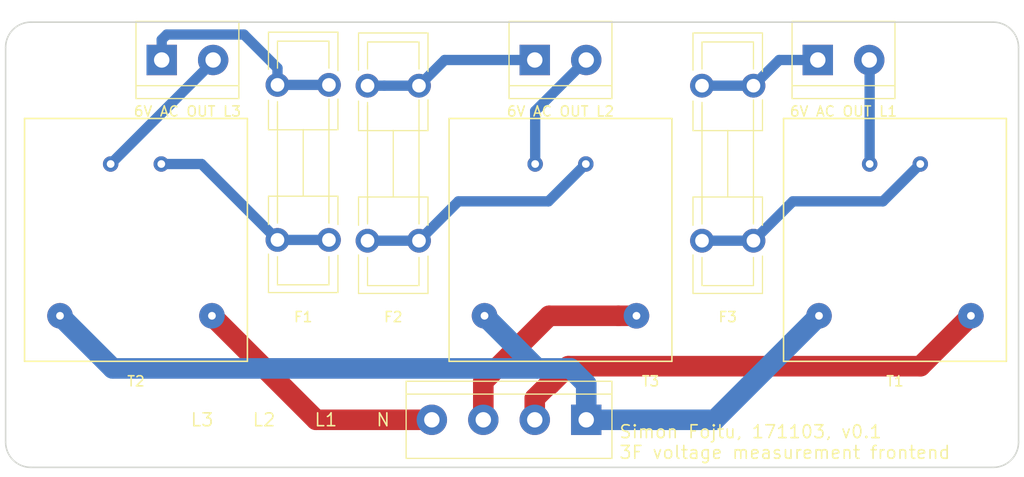
<source format=kicad_pcb>
(kicad_pcb (version 4) (host pcbnew 4.0.4-stable)

  (general
    (links 21)
    (no_connects 0)
    (area 89.924999 74.924999 190.075001 119.075001)
    (thickness 1.6)
    (drawings 9)
    (tracks 50)
    (zones 0)
    (modules 14)
    (nets 14)
  )

  (page A4)
  (layers
    (0 F.Cu signal)
    (31 B.Cu signal)
    (32 B.Adhes user)
    (33 F.Adhes user)
    (34 B.Paste user)
    (35 F.Paste user)
    (36 B.SilkS user)
    (37 F.SilkS user)
    (38 B.Mask user)
    (39 F.Mask user)
    (40 Dwgs.User user)
    (41 Cmts.User user)
    (42 Eco1.User user)
    (43 Eco2.User user)
    (44 Edge.Cuts user)
    (45 Margin user)
    (46 B.CrtYd user)
    (47 F.CrtYd user)
    (48 B.Fab user)
    (49 F.Fab user)
  )

  (setup
    (last_trace_width 1.016)
    (trace_clearance 0.508)
    (zone_clearance 0.508)
    (zone_45_only no)
    (trace_min 0.2)
    (segment_width 0.2)
    (edge_width 0.15)
    (via_size 0.6)
    (via_drill 0.4)
    (via_min_size 0.4)
    (via_min_drill 0.3)
    (uvia_size 0.3)
    (uvia_drill 0.1)
    (uvias_allowed no)
    (uvia_min_size 0)
    (uvia_min_drill 0)
    (pcb_text_width 0.3)
    (pcb_text_size 1.5 1.5)
    (mod_edge_width 0.15)
    (mod_text_size 1 1)
    (mod_text_width 0.15)
    (pad_size 1.524 1.524)
    (pad_drill 0.762)
    (pad_to_mask_clearance 0.2)
    (aux_axis_origin 0 0)
    (visible_elements FFFFFF7F)
    (pcbplotparams
      (layerselection 0x00030_80000001)
      (usegerberextensions false)
      (excludeedgelayer true)
      (linewidth 0.100000)
      (plotframeref false)
      (viasonmask false)
      (mode 1)
      (useauxorigin false)
      (hpglpennumber 1)
      (hpglpenspeed 20)
      (hpglpendiameter 15)
      (hpglpenoverlay 2)
      (psnegative false)
      (psa4output false)
      (plotreference true)
      (plotvalue true)
      (plotinvisibletext false)
      (padsonsilk false)
      (subtractmaskfromsilk false)
      (outputformat 1)
      (mirror false)
      (drillshape 1)
      (scaleselection 1)
      (outputdirectory ""))
  )

  (net 0 "")
  (net 1 "Net-(F1-Pad2)")
  (net 2 "Net-(F1-Pad1)")
  (net 3 "Net-(F2-Pad2)")
  (net 4 "Net-(F2-Pad1)")
  (net 5 "Net-(F3-Pad2)")
  (net 6 "Net-(F3-Pad1)")
  (net 7 "Net-(P1-Pad2)")
  (net 8 "Net-(P1-Pad3)")
  (net 9 GND)
  (net 10 "Net-(P1-Pad4)")
  (net 11 "Net-(P2-Pad2)")
  (net 12 "Net-(P3-Pad2)")
  (net 13 "Net-(P4-Pad2)")

  (net_class Default "This is the default net class."
    (clearance 0.508)
    (trace_width 1.016)
    (via_dia 0.6)
    (via_drill 0.4)
    (uvia_dia 0.3)
    (uvia_drill 0.1)
    (add_net "Net-(F1-Pad1)")
    (add_net "Net-(F1-Pad2)")
    (add_net "Net-(F2-Pad1)")
    (add_net "Net-(F2-Pad2)")
    (add_net "Net-(F3-Pad1)")
    (add_net "Net-(F3-Pad2)")
    (add_net "Net-(P2-Pad2)")
    (add_net "Net-(P3-Pad2)")
    (add_net "Net-(P4-Pad2)")
  )

  (net_class live ""
    (clearance 2.032)
    (trace_width 2.032)
    (via_dia 0.6)
    (via_drill 0.4)
    (uvia_dia 0.3)
    (uvia_drill 0.1)
    (add_net GND)
    (add_net "Net-(P1-Pad2)")
    (add_net "Net-(P1-Pad3)")
    (add_net "Net-(P1-Pad4)")
  )

  (module Fuse_Holders_and_Fuses:Fuseholder5x20_horiz_open_lateral_Type-II (layer F.Cu) (tedit 5880C40E) (tstamp 59FC83AB)
    (at 116.84 96.52 90)
    (descr "Fuseholder, 5x20, open, horizontal, Type-II, lateral,")
    (tags "Fuseholder 5x20 open horizontal Type-II lateral Sicherungshalter offen ")
    (path /59FC8212)
    (fp_text reference F1 (at -7.62 2.54 180) (layer F.SilkS)
      (effects (font (size 1 1) (thickness 0.15)))
    )
    (fp_text value 3A (at 7.56 2.54 90) (layer F.Fab)
      (effects (font (size 1 1) (thickness 0.15)))
    )
    (fp_line (start 0.01 2.54) (end 15.36 2.54) (layer F.Fab) (width 0.1))
    (fp_line (start -4.44 -0.01) (end 19.66 -0.01) (layer F.Fab) (width 0.1))
    (fp_line (start 19.66 -0.01) (end 19.66 5.09) (layer F.Fab) (width 0.1))
    (fp_line (start 19.66 5.09) (end -4.44 5.09) (layer F.Fab) (width 0.1))
    (fp_line (start -4.44 5.09) (end -4.44 0.04) (layer F.Fab) (width 0.1))
    (fp_line (start 10.96 -0.81) (end 10.96 5.89) (layer F.Fab) (width 0.1))
    (fp_line (start 10.96 5.89) (end 20.51 5.89) (layer F.Fab) (width 0.1))
    (fp_line (start 20.51 5.89) (end 20.51 -0.76) (layer F.Fab) (width 0.1))
    (fp_line (start 20.51 -0.76) (end 10.96 -0.81) (layer F.Fab) (width 0.1))
    (fp_line (start -5.14 -0.81) (end 4.21 -0.81) (layer F.Fab) (width 0.1))
    (fp_line (start 4.21 -0.81) (end 4.21 5.89) (layer F.Fab) (width 0.1))
    (fp_line (start 4.21 5.89) (end -5.14 5.89) (layer F.Fab) (width 0.1))
    (fp_line (start -5.14 5.89) (end -5.14 -0.81) (layer F.Fab) (width 0.1))
    (fp_line (start 10.91 2.54) (end 4.41 2.54) (layer F.SilkS) (width 0.12))
    (fp_line (start 20.53 5.97) (end 16.72 5.97) (layer F.SilkS) (width 0.12))
    (fp_line (start 10.88 5.97) (end 13.92 5.97) (layer F.SilkS) (width 0.12))
    (fp_line (start 13.38 5.08) (end 13.92 5.08) (layer F.SilkS) (width 0.12))
    (fp_line (start 19.64 5.08) (end 16.97 5.08) (layer F.SilkS) (width 0.12))
    (fp_line (start 10.88 0) (end 13.67 0) (layer F.SilkS) (width 0.12))
    (fp_line (start 19.64 0) (end 16.97 0) (layer F.SilkS) (width 0.12))
    (fp_line (start 20.53 -0.89) (end 16.85 -0.89) (layer F.SilkS) (width 0.12))
    (fp_line (start 10.88 -0.89) (end 13.8 -0.89) (layer F.SilkS) (width 0.12))
    (fp_line (start -5.21 5.97) (end -1.52 5.97) (layer F.SilkS) (width 0.12))
    (fp_line (start 4.32 5.97) (end 1.52 5.97) (layer F.SilkS) (width 0.12))
    (fp_line (start 1.78 5.08) (end 1.65 5.08) (layer F.SilkS) (width 0.12))
    (fp_line (start 1.78 5.08) (end 4.32 5.08) (layer F.SilkS) (width 0.12))
    (fp_line (start -4.44 5.08) (end -1.65 5.08) (layer F.SilkS) (width 0.12))
    (fp_line (start -5.21 -0.89) (end -1.4 -0.89) (layer F.SilkS) (width 0.12))
    (fp_line (start 4.32 -0.89) (end 1.52 -0.89) (layer F.SilkS) (width 0.12))
    (fp_line (start 4.32 0) (end 1.65 0) (layer F.SilkS) (width 0.12))
    (fp_line (start -4.44 0) (end -1.65 0) (layer F.SilkS) (width 0.12))
    (fp_line (start 20.53 -0.89) (end 20.53 5.97) (layer F.SilkS) (width 0.12))
    (fp_line (start 10.88 5.97) (end 10.88 5.08) (layer F.SilkS) (width 0.12))
    (fp_line (start 10.88 -0.89) (end 10.88 0) (layer F.SilkS) (width 0.12))
    (fp_line (start -5.21 -0.89) (end -5.21 5.97) (layer F.SilkS) (width 0.12))
    (fp_line (start 4.32 5.97) (end 4.32 5.08) (layer F.SilkS) (width 0.12))
    (fp_line (start 4.32 -0.89) (end 4.32 0.13) (layer F.SilkS) (width 0.12))
    (fp_line (start 13.38 5.08) (end 1.69 5.08) (layer F.SilkS) (width 0.12))
    (fp_line (start 1.82 0) (end 13.38 0) (layer F.SilkS) (width 0.12))
    (fp_line (start 4.32 2.54) (end 4.32 0) (layer F.SilkS) (width 0.12))
    (fp_line (start -4.44 0) (end -4.44 5.08) (layer F.SilkS) (width 0.12))
    (fp_line (start 4.32 5.08) (end 4.32 2.54) (layer F.SilkS) (width 0.12))
    (fp_line (start 10.88 2.54) (end 10.88 0) (layer F.SilkS) (width 0.12))
    (fp_line (start 19.64 0) (end 19.64 5.08) (layer F.SilkS) (width 0.12))
    (fp_line (start 10.88 5.08) (end 10.88 2.54) (layer F.SilkS) (width 0.12))
    (fp_line (start -5.39 -1.42) (end 20.76 -1.42) (layer F.CrtYd) (width 0.05))
    (fp_line (start -5.39 -1.42) (end -5.39 6.5) (layer F.CrtYd) (width 0.05))
    (fp_line (start 20.76 6.5) (end 20.76 -1.42) (layer F.CrtYd) (width 0.05))
    (fp_line (start 20.76 6.5) (end -5.39 6.5) (layer F.CrtYd) (width 0.05))
    (pad 2 thru_hole circle (at 15.32 0 90) (size 2.35 2.35) (drill 1.35) (layers *.Cu *.Mask)
      (net 1 "Net-(F1-Pad2)"))
    (pad 2 thru_hole circle (at 15.32 5.08 90) (size 2.35 2.35) (drill 1.35) (layers *.Cu *.Mask)
      (net 1 "Net-(F1-Pad2)"))
    (pad 1 thru_hole circle (at 0 0 90) (size 2.35 2.35) (drill 1.35) (layers *.Cu *.Mask)
      (net 2 "Net-(F1-Pad1)"))
    (pad 1 thru_hole circle (at 0 5.08 90) (size 2.35 2.35) (drill 1.35) (layers *.Cu *.Mask)
      (net 2 "Net-(F1-Pad1)"))
  )

  (module Fuse_Holders_and_Fuses:Fuseholder5x20_horiz_open_lateral_Type-II (layer F.Cu) (tedit 5880C40E) (tstamp 59FC83E4)
    (at 125.73 96.6 90)
    (descr "Fuseholder, 5x20, open, horizontal, Type-II, lateral,")
    (tags "Fuseholder 5x20 open horizontal Type-II lateral Sicherungshalter offen ")
    (path /59FC8159)
    (fp_text reference F2 (at -7.54 2.54 180) (layer F.SilkS)
      (effects (font (size 1 1) (thickness 0.15)))
    )
    (fp_text value 3A (at 7.7 2.54 270) (layer F.Fab)
      (effects (font (size 1 1) (thickness 0.15)))
    )
    (fp_line (start 0.01 2.54) (end 15.36 2.54) (layer F.Fab) (width 0.1))
    (fp_line (start -4.44 -0.01) (end 19.66 -0.01) (layer F.Fab) (width 0.1))
    (fp_line (start 19.66 -0.01) (end 19.66 5.09) (layer F.Fab) (width 0.1))
    (fp_line (start 19.66 5.09) (end -4.44 5.09) (layer F.Fab) (width 0.1))
    (fp_line (start -4.44 5.09) (end -4.44 0.04) (layer F.Fab) (width 0.1))
    (fp_line (start 10.96 -0.81) (end 10.96 5.89) (layer F.Fab) (width 0.1))
    (fp_line (start 10.96 5.89) (end 20.51 5.89) (layer F.Fab) (width 0.1))
    (fp_line (start 20.51 5.89) (end 20.51 -0.76) (layer F.Fab) (width 0.1))
    (fp_line (start 20.51 -0.76) (end 10.96 -0.81) (layer F.Fab) (width 0.1))
    (fp_line (start -5.14 -0.81) (end 4.21 -0.81) (layer F.Fab) (width 0.1))
    (fp_line (start 4.21 -0.81) (end 4.21 5.89) (layer F.Fab) (width 0.1))
    (fp_line (start 4.21 5.89) (end -5.14 5.89) (layer F.Fab) (width 0.1))
    (fp_line (start -5.14 5.89) (end -5.14 -0.81) (layer F.Fab) (width 0.1))
    (fp_line (start 10.91 2.54) (end 4.41 2.54) (layer F.SilkS) (width 0.12))
    (fp_line (start 20.53 5.97) (end 16.72 5.97) (layer F.SilkS) (width 0.12))
    (fp_line (start 10.88 5.97) (end 13.92 5.97) (layer F.SilkS) (width 0.12))
    (fp_line (start 13.38 5.08) (end 13.92 5.08) (layer F.SilkS) (width 0.12))
    (fp_line (start 19.64 5.08) (end 16.97 5.08) (layer F.SilkS) (width 0.12))
    (fp_line (start 10.88 0) (end 13.67 0) (layer F.SilkS) (width 0.12))
    (fp_line (start 19.64 0) (end 16.97 0) (layer F.SilkS) (width 0.12))
    (fp_line (start 20.53 -0.89) (end 16.85 -0.89) (layer F.SilkS) (width 0.12))
    (fp_line (start 10.88 -0.89) (end 13.8 -0.89) (layer F.SilkS) (width 0.12))
    (fp_line (start -5.21 5.97) (end -1.52 5.97) (layer F.SilkS) (width 0.12))
    (fp_line (start 4.32 5.97) (end 1.52 5.97) (layer F.SilkS) (width 0.12))
    (fp_line (start 1.78 5.08) (end 1.65 5.08) (layer F.SilkS) (width 0.12))
    (fp_line (start 1.78 5.08) (end 4.32 5.08) (layer F.SilkS) (width 0.12))
    (fp_line (start -4.44 5.08) (end -1.65 5.08) (layer F.SilkS) (width 0.12))
    (fp_line (start -5.21 -0.89) (end -1.4 -0.89) (layer F.SilkS) (width 0.12))
    (fp_line (start 4.32 -0.89) (end 1.52 -0.89) (layer F.SilkS) (width 0.12))
    (fp_line (start 4.32 0) (end 1.65 0) (layer F.SilkS) (width 0.12))
    (fp_line (start -4.44 0) (end -1.65 0) (layer F.SilkS) (width 0.12))
    (fp_line (start 20.53 -0.89) (end 20.53 5.97) (layer F.SilkS) (width 0.12))
    (fp_line (start 10.88 5.97) (end 10.88 5.08) (layer F.SilkS) (width 0.12))
    (fp_line (start 10.88 -0.89) (end 10.88 0) (layer F.SilkS) (width 0.12))
    (fp_line (start -5.21 -0.89) (end -5.21 5.97) (layer F.SilkS) (width 0.12))
    (fp_line (start 4.32 5.97) (end 4.32 5.08) (layer F.SilkS) (width 0.12))
    (fp_line (start 4.32 -0.89) (end 4.32 0.13) (layer F.SilkS) (width 0.12))
    (fp_line (start 13.38 5.08) (end 1.69 5.08) (layer F.SilkS) (width 0.12))
    (fp_line (start 1.82 0) (end 13.38 0) (layer F.SilkS) (width 0.12))
    (fp_line (start 4.32 2.54) (end 4.32 0) (layer F.SilkS) (width 0.12))
    (fp_line (start -4.44 0) (end -4.44 5.08) (layer F.SilkS) (width 0.12))
    (fp_line (start 4.32 5.08) (end 4.32 2.54) (layer F.SilkS) (width 0.12))
    (fp_line (start 10.88 2.54) (end 10.88 0) (layer F.SilkS) (width 0.12))
    (fp_line (start 19.64 0) (end 19.64 5.08) (layer F.SilkS) (width 0.12))
    (fp_line (start 10.88 5.08) (end 10.88 2.54) (layer F.SilkS) (width 0.12))
    (fp_line (start -5.39 -1.42) (end 20.76 -1.42) (layer F.CrtYd) (width 0.05))
    (fp_line (start -5.39 -1.42) (end -5.39 6.5) (layer F.CrtYd) (width 0.05))
    (fp_line (start 20.76 6.5) (end 20.76 -1.42) (layer F.CrtYd) (width 0.05))
    (fp_line (start 20.76 6.5) (end -5.39 6.5) (layer F.CrtYd) (width 0.05))
    (pad 2 thru_hole circle (at 15.32 0 90) (size 2.35 2.35) (drill 1.35) (layers *.Cu *.Mask)
      (net 3 "Net-(F2-Pad2)"))
    (pad 2 thru_hole circle (at 15.32 5.08 90) (size 2.35 2.35) (drill 1.35) (layers *.Cu *.Mask)
      (net 3 "Net-(F2-Pad2)"))
    (pad 1 thru_hole circle (at 0 0 90) (size 2.35 2.35) (drill 1.35) (layers *.Cu *.Mask)
      (net 4 "Net-(F2-Pad1)"))
    (pad 1 thru_hole circle (at 0 5.08 90) (size 2.35 2.35) (drill 1.35) (layers *.Cu *.Mask)
      (net 4 "Net-(F2-Pad1)"))
  )

  (module Fuse_Holders_and_Fuses:Fuseholder5x20_horiz_open_lateral_Type-II (layer F.Cu) (tedit 5880C40E) (tstamp 59FC841D)
    (at 158.75 96.6 90)
    (descr "Fuseholder, 5x20, open, horizontal, Type-II, lateral,")
    (tags "Fuseholder 5x20 open horizontal Type-II lateral Sicherungshalter offen ")
    (path /59FC7686)
    (fp_text reference F3 (at -7.54 2.54 180) (layer F.SilkS)
      (effects (font (size 1 1) (thickness 0.15)))
    )
    (fp_text value 3A (at 7.7 2.54 90) (layer F.Fab)
      (effects (font (size 1 1) (thickness 0.15)))
    )
    (fp_line (start 0.01 2.54) (end 15.36 2.54) (layer F.Fab) (width 0.1))
    (fp_line (start -4.44 -0.01) (end 19.66 -0.01) (layer F.Fab) (width 0.1))
    (fp_line (start 19.66 -0.01) (end 19.66 5.09) (layer F.Fab) (width 0.1))
    (fp_line (start 19.66 5.09) (end -4.44 5.09) (layer F.Fab) (width 0.1))
    (fp_line (start -4.44 5.09) (end -4.44 0.04) (layer F.Fab) (width 0.1))
    (fp_line (start 10.96 -0.81) (end 10.96 5.89) (layer F.Fab) (width 0.1))
    (fp_line (start 10.96 5.89) (end 20.51 5.89) (layer F.Fab) (width 0.1))
    (fp_line (start 20.51 5.89) (end 20.51 -0.76) (layer F.Fab) (width 0.1))
    (fp_line (start 20.51 -0.76) (end 10.96 -0.81) (layer F.Fab) (width 0.1))
    (fp_line (start -5.14 -0.81) (end 4.21 -0.81) (layer F.Fab) (width 0.1))
    (fp_line (start 4.21 -0.81) (end 4.21 5.89) (layer F.Fab) (width 0.1))
    (fp_line (start 4.21 5.89) (end -5.14 5.89) (layer F.Fab) (width 0.1))
    (fp_line (start -5.14 5.89) (end -5.14 -0.81) (layer F.Fab) (width 0.1))
    (fp_line (start 10.91 2.54) (end 4.41 2.54) (layer F.SilkS) (width 0.12))
    (fp_line (start 20.53 5.97) (end 16.72 5.97) (layer F.SilkS) (width 0.12))
    (fp_line (start 10.88 5.97) (end 13.92 5.97) (layer F.SilkS) (width 0.12))
    (fp_line (start 13.38 5.08) (end 13.92 5.08) (layer F.SilkS) (width 0.12))
    (fp_line (start 19.64 5.08) (end 16.97 5.08) (layer F.SilkS) (width 0.12))
    (fp_line (start 10.88 0) (end 13.67 0) (layer F.SilkS) (width 0.12))
    (fp_line (start 19.64 0) (end 16.97 0) (layer F.SilkS) (width 0.12))
    (fp_line (start 20.53 -0.89) (end 16.85 -0.89) (layer F.SilkS) (width 0.12))
    (fp_line (start 10.88 -0.89) (end 13.8 -0.89) (layer F.SilkS) (width 0.12))
    (fp_line (start -5.21 5.97) (end -1.52 5.97) (layer F.SilkS) (width 0.12))
    (fp_line (start 4.32 5.97) (end 1.52 5.97) (layer F.SilkS) (width 0.12))
    (fp_line (start 1.78 5.08) (end 1.65 5.08) (layer F.SilkS) (width 0.12))
    (fp_line (start 1.78 5.08) (end 4.32 5.08) (layer F.SilkS) (width 0.12))
    (fp_line (start -4.44 5.08) (end -1.65 5.08) (layer F.SilkS) (width 0.12))
    (fp_line (start -5.21 -0.89) (end -1.4 -0.89) (layer F.SilkS) (width 0.12))
    (fp_line (start 4.32 -0.89) (end 1.52 -0.89) (layer F.SilkS) (width 0.12))
    (fp_line (start 4.32 0) (end 1.65 0) (layer F.SilkS) (width 0.12))
    (fp_line (start -4.44 0) (end -1.65 0) (layer F.SilkS) (width 0.12))
    (fp_line (start 20.53 -0.89) (end 20.53 5.97) (layer F.SilkS) (width 0.12))
    (fp_line (start 10.88 5.97) (end 10.88 5.08) (layer F.SilkS) (width 0.12))
    (fp_line (start 10.88 -0.89) (end 10.88 0) (layer F.SilkS) (width 0.12))
    (fp_line (start -5.21 -0.89) (end -5.21 5.97) (layer F.SilkS) (width 0.12))
    (fp_line (start 4.32 5.97) (end 4.32 5.08) (layer F.SilkS) (width 0.12))
    (fp_line (start 4.32 -0.89) (end 4.32 0.13) (layer F.SilkS) (width 0.12))
    (fp_line (start 13.38 5.08) (end 1.69 5.08) (layer F.SilkS) (width 0.12))
    (fp_line (start 1.82 0) (end 13.38 0) (layer F.SilkS) (width 0.12))
    (fp_line (start 4.32 2.54) (end 4.32 0) (layer F.SilkS) (width 0.12))
    (fp_line (start -4.44 0) (end -4.44 5.08) (layer F.SilkS) (width 0.12))
    (fp_line (start 4.32 5.08) (end 4.32 2.54) (layer F.SilkS) (width 0.12))
    (fp_line (start 10.88 2.54) (end 10.88 0) (layer F.SilkS) (width 0.12))
    (fp_line (start 19.64 0) (end 19.64 5.08) (layer F.SilkS) (width 0.12))
    (fp_line (start 10.88 5.08) (end 10.88 2.54) (layer F.SilkS) (width 0.12))
    (fp_line (start -5.39 -1.42) (end 20.76 -1.42) (layer F.CrtYd) (width 0.05))
    (fp_line (start -5.39 -1.42) (end -5.39 6.5) (layer F.CrtYd) (width 0.05))
    (fp_line (start 20.76 6.5) (end 20.76 -1.42) (layer F.CrtYd) (width 0.05))
    (fp_line (start 20.76 6.5) (end -5.39 6.5) (layer F.CrtYd) (width 0.05))
    (pad 2 thru_hole circle (at 15.32 0 90) (size 2.35 2.35) (drill 1.35) (layers *.Cu *.Mask)
      (net 5 "Net-(F3-Pad2)"))
    (pad 2 thru_hole circle (at 15.32 5.08 90) (size 2.35 2.35) (drill 1.35) (layers *.Cu *.Mask)
      (net 5 "Net-(F3-Pad2)"))
    (pad 1 thru_hole circle (at 0 0 90) (size 2.35 2.35) (drill 1.35) (layers *.Cu *.Mask)
      (net 6 "Net-(F3-Pad1)"))
    (pad 1 thru_hole circle (at 0 5.08 90) (size 2.35 2.35) (drill 1.35) (layers *.Cu *.Mask)
      (net 6 "Net-(F3-Pad1)"))
  )

  (module Connect:bornier4 (layer F.Cu) (tedit 59FC863A) (tstamp 59FC8434)
    (at 147.32 114.3 180)
    (descr "Bornier d'alimentation 4 pins")
    (tags DEV)
    (path /59F1C3E0)
    (fp_text reference P1 (at 7.6 -4.8 180) (layer F.Fab)
      (effects (font (size 1 1) (thickness 0.15)))
    )
    (fp_text value "L3    L2    L1    N" (at 29.21 0 180) (layer F.SilkS)
      (effects (font (size 1.27 1.27) (thickness 0.1524)))
    )
    (fp_line (start -2.48 2.55) (end 17.72 2.55) (layer F.Fab) (width 0.1))
    (fp_line (start -2.43 3.75) (end -2.48 3.75) (layer F.Fab) (width 0.1))
    (fp_line (start -2.48 3.75) (end -2.48 -3.75) (layer F.Fab) (width 0.1))
    (fp_line (start -2.48 -3.75) (end 17.72 -3.75) (layer F.Fab) (width 0.1))
    (fp_line (start 17.72 -3.75) (end 17.72 3.75) (layer F.Fab) (width 0.1))
    (fp_line (start 17.72 3.75) (end -2.43 3.75) (layer F.Fab) (width 0.1))
    (fp_line (start -2.54 -3.81) (end -2.54 3.81) (layer F.SilkS) (width 0.12))
    (fp_line (start 17.78 3.81) (end 17.78 -3.81) (layer F.SilkS) (width 0.12))
    (fp_line (start 17.78 2.54) (end -2.54 2.54) (layer F.SilkS) (width 0.12))
    (fp_line (start -2.54 -3.81) (end 17.78 -3.81) (layer F.SilkS) (width 0.12))
    (fp_line (start -2.54 3.81) (end 17.78 3.81) (layer F.SilkS) (width 0.12))
    (fp_line (start -2.73 -4) (end 17.97 -4) (layer F.CrtYd) (width 0.05))
    (fp_line (start -2.73 -4) (end -2.73 4) (layer F.CrtYd) (width 0.05))
    (fp_line (start 17.97 4) (end 17.97 -4) (layer F.CrtYd) (width 0.05))
    (fp_line (start 17.97 4) (end -2.73 4) (layer F.CrtYd) (width 0.05))
    (pad 2 thru_hole circle (at 5.08 0 180) (size 3 3) (drill 1.52) (layers *.Cu *.Mask)
      (net 7 "Net-(P1-Pad2)"))
    (pad 3 thru_hole circle (at 10.16 0 180) (size 3 3) (drill 1.52) (layers *.Cu *.Mask)
      (net 8 "Net-(P1-Pad3)"))
    (pad 1 thru_hole rect (at 0 0 180) (size 3 3) (drill 1.52) (layers *.Cu *.Mask)
      (net 9 GND))
    (pad 4 thru_hole circle (at 15.24 0 180) (size 3 3) (drill 1.52) (layers *.Cu *.Mask)
      (net 10 "Net-(P1-Pad4)"))
    (model ${KISYS3DMOD}/Connectors.3dshapes/bornier4.wrl
      (at (xyz 0 0 0))
      (scale (xyz 1 1 1))
      (rotate (xyz 0 0 0))
    )
  )

  (module Connect:bornier2 (layer F.Cu) (tedit 59FC86CC) (tstamp 59FC8448)
    (at 170.18 78.74)
    (descr "Bornier d'alimentation 2 pins")
    (tags DEV)
    (path /59F1C56B)
    (fp_text reference P2 (at 2.54 -5.08) (layer F.Fab)
      (effects (font (size 1 1) (thickness 0.15)))
    )
    (fp_text value "6V AC OUT L1" (at 2.54 5.08) (layer F.SilkS)
      (effects (font (size 1 1) (thickness 0.15)))
    )
    (fp_line (start -2.41 2.55) (end 7.49 2.55) (layer F.Fab) (width 0.1))
    (fp_line (start -2.46 -3.75) (end -2.46 3.75) (layer F.Fab) (width 0.1))
    (fp_line (start -2.46 3.75) (end 7.54 3.75) (layer F.Fab) (width 0.1))
    (fp_line (start 7.54 3.75) (end 7.54 -3.75) (layer F.Fab) (width 0.1))
    (fp_line (start 7.54 -3.75) (end -2.46 -3.75) (layer F.Fab) (width 0.1))
    (fp_line (start 7.62 2.54) (end -2.54 2.54) (layer F.SilkS) (width 0.12))
    (fp_line (start 7.62 3.81) (end 7.62 -3.81) (layer F.SilkS) (width 0.12))
    (fp_line (start 7.62 -3.81) (end -2.54 -3.81) (layer F.SilkS) (width 0.12))
    (fp_line (start -2.54 -3.81) (end -2.54 3.81) (layer F.SilkS) (width 0.12))
    (fp_line (start -2.54 3.81) (end 7.62 3.81) (layer F.SilkS) (width 0.12))
    (fp_line (start -2.71 -4) (end 7.79 -4) (layer F.CrtYd) (width 0.05))
    (fp_line (start -2.71 -4) (end -2.71 4) (layer F.CrtYd) (width 0.05))
    (fp_line (start 7.79 4) (end 7.79 -4) (layer F.CrtYd) (width 0.05))
    (fp_line (start 7.79 4) (end -2.71 4) (layer F.CrtYd) (width 0.05))
    (pad 1 thru_hole rect (at 0 0) (size 3 3) (drill 1.52) (layers *.Cu *.Mask)
      (net 5 "Net-(F3-Pad2)"))
    (pad 2 thru_hole circle (at 5.08 0) (size 3 3) (drill 1.52) (layers *.Cu *.Mask)
      (net 11 "Net-(P2-Pad2)"))
    (model ${KISYS3DMOD}/Connectors.3dshapes/bornier2.wrl
      (at (xyz 0 0 0))
      (scale (xyz 1 1 1))
      (rotate (xyz 0 0 0))
    )
  )

  (module Connect:bornier2 (layer F.Cu) (tedit 59FC8690) (tstamp 59FC845C)
    (at 105.41 78.74)
    (descr "Bornier d'alimentation 2 pins")
    (tags DEV)
    (path /59FC8209)
    (fp_text reference P3 (at 2.54 -5.08) (layer F.Fab)
      (effects (font (size 1 1) (thickness 0.15)))
    )
    (fp_text value "6V AC OUT L3" (at 2.54 5.08 180) (layer F.SilkS)
      (effects (font (size 1 1) (thickness 0.15)))
    )
    (fp_line (start -2.41 2.55) (end 7.49 2.55) (layer F.Fab) (width 0.1))
    (fp_line (start -2.46 -3.75) (end -2.46 3.75) (layer F.Fab) (width 0.1))
    (fp_line (start -2.46 3.75) (end 7.54 3.75) (layer F.Fab) (width 0.1))
    (fp_line (start 7.54 3.75) (end 7.54 -3.75) (layer F.Fab) (width 0.1))
    (fp_line (start 7.54 -3.75) (end -2.46 -3.75) (layer F.Fab) (width 0.1))
    (fp_line (start 7.62 2.54) (end -2.54 2.54) (layer F.SilkS) (width 0.12))
    (fp_line (start 7.62 3.81) (end 7.62 -3.81) (layer F.SilkS) (width 0.12))
    (fp_line (start 7.62 -3.81) (end -2.54 -3.81) (layer F.SilkS) (width 0.12))
    (fp_line (start -2.54 -3.81) (end -2.54 3.81) (layer F.SilkS) (width 0.12))
    (fp_line (start -2.54 3.81) (end 7.62 3.81) (layer F.SilkS) (width 0.12))
    (fp_line (start -2.71 -4) (end 7.79 -4) (layer F.CrtYd) (width 0.05))
    (fp_line (start -2.71 -4) (end -2.71 4) (layer F.CrtYd) (width 0.05))
    (fp_line (start 7.79 4) (end 7.79 -4) (layer F.CrtYd) (width 0.05))
    (fp_line (start 7.79 4) (end -2.71 4) (layer F.CrtYd) (width 0.05))
    (pad 1 thru_hole rect (at 0 0) (size 3 3) (drill 1.52) (layers *.Cu *.Mask)
      (net 1 "Net-(F1-Pad2)"))
    (pad 2 thru_hole circle (at 5.08 0) (size 3 3) (drill 1.52) (layers *.Cu *.Mask)
      (net 12 "Net-(P3-Pad2)"))
    (model ${KISYS3DMOD}/Connectors.3dshapes/bornier2.wrl
      (at (xyz 0 0 0))
      (scale (xyz 1 1 1))
      (rotate (xyz 0 0 0))
    )
  )

  (module Connect:bornier2 (layer F.Cu) (tedit 59FC86C8) (tstamp 59FC8470)
    (at 142.24 78.74)
    (descr "Bornier d'alimentation 2 pins")
    (tags DEV)
    (path /59FC8150)
    (fp_text reference P4 (at 2.54 -5.08) (layer F.Fab)
      (effects (font (size 1 1) (thickness 0.15)))
    )
    (fp_text value "6V AC OUT L2" (at 2.54 5.08) (layer F.SilkS)
      (effects (font (size 1 1) (thickness 0.15)))
    )
    (fp_line (start -2.41 2.55) (end 7.49 2.55) (layer F.Fab) (width 0.1))
    (fp_line (start -2.46 -3.75) (end -2.46 3.75) (layer F.Fab) (width 0.1))
    (fp_line (start -2.46 3.75) (end 7.54 3.75) (layer F.Fab) (width 0.1))
    (fp_line (start 7.54 3.75) (end 7.54 -3.75) (layer F.Fab) (width 0.1))
    (fp_line (start 7.54 -3.75) (end -2.46 -3.75) (layer F.Fab) (width 0.1))
    (fp_line (start 7.62 2.54) (end -2.54 2.54) (layer F.SilkS) (width 0.12))
    (fp_line (start 7.62 3.81) (end 7.62 -3.81) (layer F.SilkS) (width 0.12))
    (fp_line (start 7.62 -3.81) (end -2.54 -3.81) (layer F.SilkS) (width 0.12))
    (fp_line (start -2.54 -3.81) (end -2.54 3.81) (layer F.SilkS) (width 0.12))
    (fp_line (start -2.54 3.81) (end 7.62 3.81) (layer F.SilkS) (width 0.12))
    (fp_line (start -2.71 -4) (end 7.79 -4) (layer F.CrtYd) (width 0.05))
    (fp_line (start -2.71 -4) (end -2.71 4) (layer F.CrtYd) (width 0.05))
    (fp_line (start 7.79 4) (end 7.79 -4) (layer F.CrtYd) (width 0.05))
    (fp_line (start 7.79 4) (end -2.71 4) (layer F.CrtYd) (width 0.05))
    (pad 1 thru_hole rect (at 0 0) (size 3 3) (drill 1.52) (layers *.Cu *.Mask)
      (net 3 "Net-(F2-Pad2)"))
    (pad 2 thru_hole circle (at 5.08 0) (size 3 3) (drill 1.52) (layers *.Cu *.Mask)
      (net 13 "Net-(P4-Pad2)"))
    (model ${KISYS3DMOD}/Connectors.3dshapes/bornier2.wrl
      (at (xyz 0 0 0))
      (scale (xyz 1 1 1))
      (rotate (xyz 0 0 0))
    )
  )

  (module Mounting_Holes:MountingHole_3.2mm_M3 (layer F.Cu) (tedit 59FC867E) (tstamp 59FC8478)
    (at 185 80.01 90)
    (descr "Mounting Hole 3.2mm, no annular, M3")
    (tags "mounting hole 3.2mm no annular m3")
    (path /59F1C82E)
    (attr virtual)
    (fp_text reference P5 (at 0 -4.2 90) (layer F.Fab)
      (effects (font (size 1 1) (thickness 0.15)))
    )
    (fp_text value "mounting hole" (at 5.08 0 180) (layer F.Fab)
      (effects (font (size 1 1) (thickness 0.15)))
    )
    (fp_text user %R (at 0.3 0 90) (layer F.Fab)
      (effects (font (size 1 1) (thickness 0.15)))
    )
    (fp_circle (center 0 0) (end 3.2 0) (layer Cmts.User) (width 0.15))
    (fp_circle (center 0 0) (end 3.45 0) (layer F.CrtYd) (width 0.05))
    (pad 1 np_thru_hole circle (at 0 0 90) (size 3.2 3.2) (drill 3.2) (layers *.Cu *.Mask))
  )

  (module Mounting_Holes:MountingHole_3.2mm_M3 (layer F.Cu) (tedit 59FC8640) (tstamp 59FC8480)
    (at 185 114 90)
    (descr "Mounting Hole 3.2mm, no annular, M3")
    (tags "mounting hole 3.2mm no annular m3")
    (path /59F1CAF1)
    (attr virtual)
    (fp_text reference P6 (at 0 -4.2 90) (layer F.Fab)
      (effects (font (size 1 1) (thickness 0.15)))
    )
    (fp_text value "mounting hole" (at -5.08 -0.014173 180) (layer F.Fab)
      (effects (font (size 1 1) (thickness 0.15)))
    )
    (fp_text user %R (at 0.3 0 90) (layer F.Fab)
      (effects (font (size 1 1) (thickness 0.15)))
    )
    (fp_circle (center 0 0) (end 3.2 0) (layer Cmts.User) (width 0.15))
    (fp_circle (center 0 0) (end 3.45 0) (layer F.CrtYd) (width 0.05))
    (pad 1 np_thru_hole circle (at 0 0 90) (size 3.2 3.2) (drill 3.2) (layers *.Cu *.Mask))
  )

  (module Mounting_Holes:MountingHole_3.2mm_M3 (layer F.Cu) (tedit 59FC8684) (tstamp 59FC8488)
    (at 95 114 90)
    (descr "Mounting Hole 3.2mm, no annular, M3")
    (tags "mounting hole 3.2mm no annular m3")
    (path /59F1CA8A)
    (attr virtual)
    (fp_text reference P7 (at 0 -4.2 90) (layer F.Fab)
      (effects (font (size 1 1) (thickness 0.15)))
    )
    (fp_text value "mounting hole" (at -5.08 0 180) (layer F.Fab)
      (effects (font (size 1 1) (thickness 0.15)))
    )
    (fp_text user %R (at 0.3 0 90) (layer F.Fab)
      (effects (font (size 1 1) (thickness 0.15)))
    )
    (fp_circle (center 0 0) (end 3.2 0) (layer Cmts.User) (width 0.15))
    (fp_circle (center 0 0) (end 3.45 0) (layer F.CrtYd) (width 0.05))
    (pad 1 np_thru_hole circle (at 0 0 90) (size 3.2 3.2) (drill 3.2) (layers *.Cu *.Mask))
  )

  (module Mounting_Holes:MountingHole_3.2mm_M3 (layer F.Cu) (tedit 59FC8687) (tstamp 59FC8490)
    (at 95 80.01 90)
    (descr "Mounting Hole 3.2mm, no annular, M3")
    (tags "mounting hole 3.2mm no annular m3")
    (path /59F1CAF8)
    (attr virtual)
    (fp_text reference P8 (at 0 -4.2 90) (layer F.Fab)
      (effects (font (size 1 1) (thickness 0.15)))
    )
    (fp_text value "mounting hole" (at 5.08 0 180) (layer F.Fab)
      (effects (font (size 1 1) (thickness 0.15)))
    )
    (fp_text user %R (at 0.3 0 90) (layer F.Fab)
      (effects (font (size 1 1) (thickness 0.15)))
    )
    (fp_circle (center 0 0) (end 3.2 0) (layer Cmts.User) (width 0.15))
    (fp_circle (center 0 0) (end 3.45 0) (layer F.CrtYd) (width 0.05))
    (pad 1 np_thru_hole circle (at 0 0 90) (size 3.2 3.2) (drill 3.2) (layers *.Cu *.Mask))
  )

  (module user:BV-202-0154 (layer F.Cu) (tedit 59FC8161) (tstamp 59FC849C)
    (at 177.8 96.52 90)
    (path /59F1C2C7)
    (fp_text reference T1 (at -13.97 0 180) (layer F.SilkS)
      (effects (font (size 1 1) (thickness 0.15)))
    )
    (fp_text value TRANSFO (at -2.54 0 180) (layer F.Fab)
      (effects (font (size 1 1) (thickness 0.15)))
    )
    (fp_line (start -12 11) (end -12 -11) (layer F.SilkS) (width 0.15))
    (fp_line (start 12 11) (end -12 11) (layer F.SilkS) (width 0.15))
    (fp_line (start 12 -11) (end 12 11) (layer F.SilkS) (width 0.15))
    (fp_line (start -12 -11) (end 12 -11) (layer F.SilkS) (width 0.15))
    (pad 1 thru_hole circle (at -7.5 7.5 90) (size 2.524 2.524) (drill 0.762) (layers *.Cu *.Mask)
      (net 7 "Net-(P1-Pad2)"))
    (pad 2 thru_hole circle (at -7.5 -7.5 90) (size 2.524 2.524) (drill 0.762) (layers *.Cu *.Mask)
      (net 9 GND))
    (pad 3 thru_hole circle (at 7.5 -2.5 90) (size 1.524 1.524) (drill 0.762) (layers *.Cu *.Mask)
      (net 11 "Net-(P2-Pad2)"))
    (pad 4 thru_hole circle (at 7.5 2.5 90) (size 1.524 1.524) (drill 0.762) (layers *.Cu *.Mask)
      (net 6 "Net-(F3-Pad1)"))
  )

  (module user:BV-202-0154 (layer F.Cu) (tedit 59FC8161) (tstamp 59FC84A8)
    (at 102.87 96.52 90)
    (path /59FC8203)
    (fp_text reference T2 (at -13.97 0 180) (layer F.SilkS)
      (effects (font (size 1 1) (thickness 0.15)))
    )
    (fp_text value TRANSFO (at -2.54 0 180) (layer F.Fab)
      (effects (font (size 1 1) (thickness 0.15)))
    )
    (fp_line (start -12 11) (end -12 -11) (layer F.SilkS) (width 0.15))
    (fp_line (start 12 11) (end -12 11) (layer F.SilkS) (width 0.15))
    (fp_line (start 12 -11) (end 12 11) (layer F.SilkS) (width 0.15))
    (fp_line (start -12 -11) (end 12 -11) (layer F.SilkS) (width 0.15))
    (pad 1 thru_hole circle (at -7.5 7.5 90) (size 2.524 2.524) (drill 0.762) (layers *.Cu *.Mask)
      (net 10 "Net-(P1-Pad4)"))
    (pad 2 thru_hole circle (at -7.5 -7.5 90) (size 2.524 2.524) (drill 0.762) (layers *.Cu *.Mask)
      (net 9 GND))
    (pad 3 thru_hole circle (at 7.5 -2.5 90) (size 1.524 1.524) (drill 0.762) (layers *.Cu *.Mask)
      (net 12 "Net-(P3-Pad2)"))
    (pad 4 thru_hole circle (at 7.5 2.5 90) (size 1.524 1.524) (drill 0.762) (layers *.Cu *.Mask)
      (net 2 "Net-(F1-Pad1)"))
  )

  (module user:BV-202-0154 (layer F.Cu) (tedit 59FC8161) (tstamp 59FC84B4)
    (at 144.78 96.52 90)
    (path /59FC814A)
    (fp_text reference T3 (at -13.97 8.89 180) (layer F.SilkS)
      (effects (font (size 1 1) (thickness 0.15)))
    )
    (fp_text value TRANSFO (at -2.54 0 180) (layer F.Fab)
      (effects (font (size 1 1) (thickness 0.15)))
    )
    (fp_line (start -12 11) (end -12 -11) (layer F.SilkS) (width 0.15))
    (fp_line (start 12 11) (end -12 11) (layer F.SilkS) (width 0.15))
    (fp_line (start 12 -11) (end 12 11) (layer F.SilkS) (width 0.15))
    (fp_line (start -12 -11) (end 12 -11) (layer F.SilkS) (width 0.15))
    (pad 1 thru_hole circle (at -7.5 7.5 90) (size 2.524 2.524) (drill 0.762) (layers *.Cu *.Mask)
      (net 8 "Net-(P1-Pad3)"))
    (pad 2 thru_hole circle (at -7.5 -7.5 90) (size 2.524 2.524) (drill 0.762) (layers *.Cu *.Mask)
      (net 9 GND))
    (pad 3 thru_hole circle (at 7.5 -2.5 90) (size 1.524 1.524) (drill 0.762) (layers *.Cu *.Mask)
      (net 13 "Net-(P4-Pad2)"))
    (pad 4 thru_hole circle (at 7.5 2.5 90) (size 1.524 1.524) (drill 0.762) (layers *.Cu *.Mask)
      (net 4 "Net-(F2-Pad1)"))
  )

  (gr_text "Simon Fojtu, 171103, v0.1\n3F voltage measurement frontend" (at 150.5 116.5) (layer F.SilkS)
    (effects (font (size 1.27 1.27) (thickness 0.1524)) (justify left))
  )
  (gr_line (start 90 116.5) (end 90 77.5) (layer Edge.Cuts) (width 0.15))
  (gr_line (start 187.5 119) (end 92.5 119) (layer Edge.Cuts) (width 0.15))
  (gr_line (start 190 77.5) (end 190 116.5) (layer Edge.Cuts) (width 0.15))
  (gr_line (start 92.5 75) (end 187.5 75) (layer Edge.Cuts) (width 0.15))
  (gr_arc (start 187.5 116.5) (end 190 116.5) (angle 90) (layer Edge.Cuts) (width 0.15))
  (gr_arc (start 187.5 77.5) (end 187.5 75) (angle 90) (layer Edge.Cuts) (width 0.15))
  (gr_arc (start 92.5 116.5) (end 92.5 119) (angle 90) (layer Edge.Cuts) (width 0.15))
  (gr_arc (start 92.5 77.5) (end 90 77.5) (angle 90) (layer Edge.Cuts) (width 0.15))

  (segment (start 116.84 81.2) (end 116.84 79.5383) (width 1.016) (layer B.Cu) (net 1))
  (segment (start 116.84 79.5383) (end 113.525699 76.223999) (width 1.016) (layer B.Cu) (net 1))
  (segment (start 105.41 76.732) (end 105.41 78.74) (width 1.016) (layer B.Cu) (net 1))
  (segment (start 113.525699 76.223999) (end 105.918001 76.223999) (width 1.016) (layer B.Cu) (net 1))
  (segment (start 105.918001 76.223999) (end 105.41 76.732) (width 1.016) (layer B.Cu) (net 1))
  (segment (start 116.84 81.2) (end 121.92 81.2) (width 1.016) (layer B.Cu) (net 1))
  (segment (start 116.84 96.52) (end 121.92 96.52) (width 1.016) (layer B.Cu) (net 2))
  (segment (start 105.37 89.02) (end 109.34 89.02) (width 1.016) (layer B.Cu) (net 2))
  (segment (start 109.34 89.02) (end 116.84 96.52) (width 1.016) (layer B.Cu) (net 2))
  (segment (start 142.24 78.74) (end 133.35 78.74) (width 1.016) (layer B.Cu) (net 3))
  (segment (start 133.35 78.74) (end 130.81 81.28) (width 1.016) (layer B.Cu) (net 3))
  (segment (start 125.73 81.28) (end 127.3917 81.28) (width 1.016) (layer B.Cu) (net 3))
  (segment (start 127.3917 81.28) (end 130.81 81.28) (width 1.016) (layer B.Cu) (net 3))
  (segment (start 143.59 92.71) (end 134.7 92.71) (width 1.016) (layer B.Cu) (net 4))
  (segment (start 134.7 92.71) (end 130.81 96.6) (width 1.016) (layer B.Cu) (net 4))
  (segment (start 147.28 89.02) (end 143.59 92.71) (width 1.016) (layer B.Cu) (net 4))
  (segment (start 125.73 96.6) (end 130.81 96.6) (width 1.016) (layer B.Cu) (net 4))
  (segment (start 163.83 81.28) (end 166.37 78.74) (width 1.016) (layer B.Cu) (net 5))
  (segment (start 166.37 78.74) (end 170.18 78.74) (width 1.016) (layer B.Cu) (net 5))
  (segment (start 158.75 81.28) (end 163.83 81.28) (width 1.016) (layer B.Cu) (net 5))
  (segment (start 176.61 92.71) (end 167.72 92.71) (width 1.016) (layer B.Cu) (net 6))
  (segment (start 167.72 92.71) (end 163.83 96.6) (width 1.016) (layer B.Cu) (net 6))
  (segment (start 180.3 89.02) (end 176.61 92.71) (width 1.016) (layer B.Cu) (net 6))
  (segment (start 158.75 96.6) (end 163.83 96.6) (width 1.016) (layer B.Cu) (net 6))
  (segment (start 142.24 112.17868) (end 142.24 114.3) (width 2.032) (layer F.Cu) (net 7))
  (segment (start 143.607761 110.810919) (end 142.24 112.17868) (width 2.032) (layer F.Cu) (net 7))
  (segment (start 143.739999 110.810919) (end 143.607761 110.810919) (width 2.032) (layer F.Cu) (net 7))
  (segment (start 145.550918 109) (end 143.739999 110.810919) (width 2.032) (layer F.Cu) (net 7))
  (segment (start 185.3 104.02) (end 180.32 109) (width 2.032) (layer F.Cu) (net 7))
  (segment (start 180.32 109) (end 145.550918 109) (width 2.032) (layer F.Cu) (net 7))
  (segment (start 137.16 114.3) (end 137.16 110.518802) (width 2.032) (layer F.Cu) (net 8))
  (segment (start 137.16 110.518802) (end 143.658802 104.02) (width 2.032) (layer F.Cu) (net 8))
  (segment (start 143.658802 104.02) (end 150.495263 104.02) (width 2.032) (layer F.Cu) (net 8))
  (segment (start 150.495263 104.02) (end 152.28 104.02) (width 2.032) (layer F.Cu) (net 8))
  (segment (start 142.48 109.22) (end 100.57 109.22) (width 2.032) (layer B.Cu) (net 9))
  (segment (start 100.57 109.22) (end 95.37 104.02) (width 2.032) (layer B.Cu) (net 9))
  (segment (start 145.772 109.22) (end 142.48 109.22) (width 2.032) (layer B.Cu) (net 9))
  (segment (start 142.48 109.22) (end 137.28 104.02) (width 2.032) (layer B.Cu) (net 9))
  (segment (start 147.32 114.3) (end 147.32 110.768) (width 2.032) (layer B.Cu) (net 9))
  (segment (start 147.32 110.768) (end 145.772 109.22) (width 2.032) (layer B.Cu) (net 9))
  (segment (start 147.32 114.3) (end 160.02 114.3) (width 2.032) (layer B.Cu) (net 9))
  (segment (start 160.02 114.3) (end 170.3 104.02) (width 2.032) (layer B.Cu) (net 9))
  (segment (start 132.08 114.3) (end 120.65 114.3) (width 2.032) (layer F.Cu) (net 10))
  (segment (start 120.65 114.3) (end 110.37 104.02) (width 2.032) (layer F.Cu) (net 10))
  (segment (start 175.3 89.02) (end 175.3 78.78) (width 1.016) (layer B.Cu) (net 11))
  (segment (start 175.3 78.78) (end 175.26 78.74) (width 1.016) (layer B.Cu) (net 11))
  (segment (start 100.37 89.02) (end 110.49 78.9) (width 1.016) (layer B.Cu) (net 12))
  (segment (start 110.49 78.9) (end 110.49 78.74) (width 1.016) (layer B.Cu) (net 12))
  (segment (start 147.32 78.74) (end 142.28 83.78) (width 1.016) (layer B.Cu) (net 13))
  (segment (start 142.28 83.78) (end 142.28 89.02) (width 1.016) (layer B.Cu) (net 13))

)

</source>
